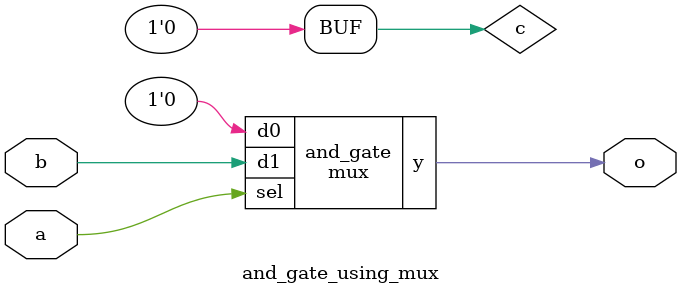
<source format=sv>

module mux
(
  input  d0, d1,
  input  sel,
  output y
);

  assign y = sel ? d1 : d0;

endmodule

//----------------------------------------------------------------------------
// Task
//----------------------------------------------------------------------------

module and_gate_using_mux
(
    input  a,
    input  b,
    output o
);

  wire c = 0;
  mux and_gate (c, b, a, o); 

endmodule

</source>
